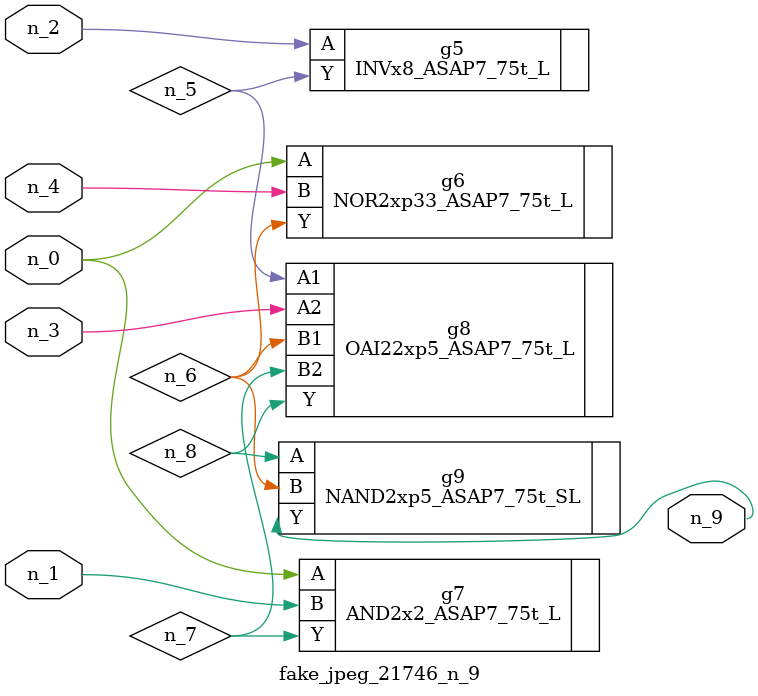
<source format=v>
module fake_jpeg_21746_n_9 (n_3, n_2, n_1, n_0, n_4, n_9);

input n_3;
input n_2;
input n_1;
input n_0;
input n_4;

output n_9;

wire n_8;
wire n_6;
wire n_5;
wire n_7;

INVx8_ASAP7_75t_L g5 ( 
.A(n_2),
.Y(n_5)
);

NOR2xp33_ASAP7_75t_L g6 ( 
.A(n_0),
.B(n_4),
.Y(n_6)
);

AND2x2_ASAP7_75t_L g7 ( 
.A(n_0),
.B(n_1),
.Y(n_7)
);

OAI22xp5_ASAP7_75t_L g8 ( 
.A1(n_5),
.A2(n_3),
.B1(n_6),
.B2(n_7),
.Y(n_8)
);

NAND2xp5_ASAP7_75t_SL g9 ( 
.A(n_8),
.B(n_6),
.Y(n_9)
);


endmodule
</source>
